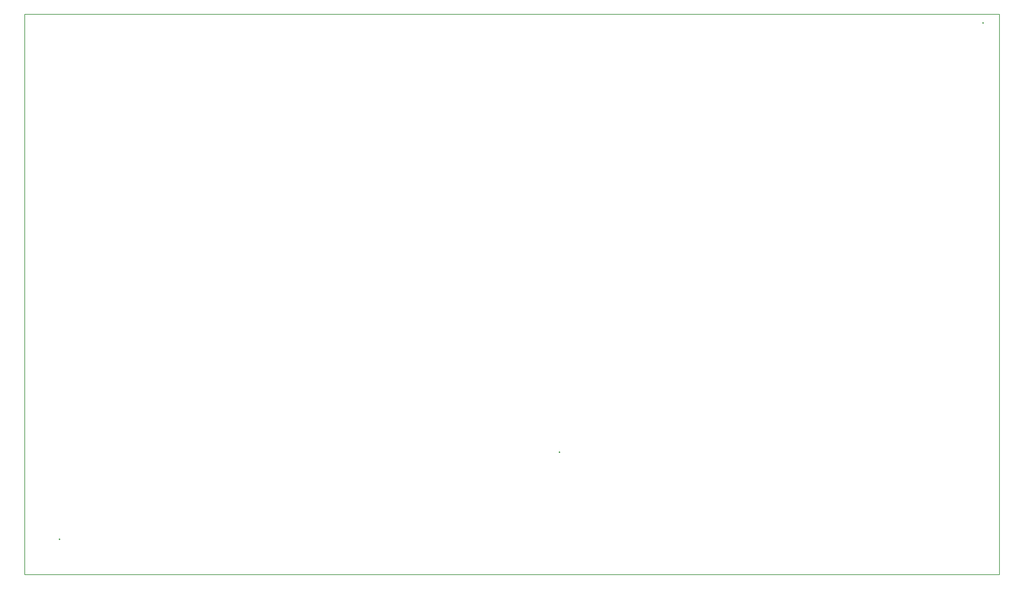
<source format=gbr>
G04 EAGLE Gerber RS-274X export*
G75*
%MOMM*%
%FSLAX34Y34*%
%LPD*%
%IN*%
%IPPOS*%
%AMOC8*
5,1,8,0,0,1.08239X$1,22.5*%
G01*
%ADD10C,0.000000*%
%ADD11C,0.254000*%


D10*
X0Y-100000D02*
X3820000Y-100000D01*
X3820000Y2100000D01*
X0Y2100000D01*
X0Y-100000D01*
X3753640Y2066290D02*
X3753642Y2066373D01*
X3753648Y2066456D01*
X3753658Y2066539D01*
X3753672Y2066621D01*
X3753689Y2066703D01*
X3753711Y2066783D01*
X3753736Y2066862D01*
X3753765Y2066940D01*
X3753798Y2067017D01*
X3753835Y2067092D01*
X3753874Y2067165D01*
X3753918Y2067236D01*
X3753964Y2067305D01*
X3754014Y2067372D01*
X3754067Y2067436D01*
X3754123Y2067498D01*
X3754182Y2067557D01*
X3754244Y2067613D01*
X3754308Y2067666D01*
X3754375Y2067716D01*
X3754444Y2067762D01*
X3754515Y2067806D01*
X3754588Y2067845D01*
X3754663Y2067882D01*
X3754740Y2067915D01*
X3754818Y2067944D01*
X3754897Y2067969D01*
X3754977Y2067991D01*
X3755059Y2068008D01*
X3755141Y2068022D01*
X3755224Y2068032D01*
X3755307Y2068038D01*
X3755390Y2068040D01*
X3755473Y2068038D01*
X3755556Y2068032D01*
X3755639Y2068022D01*
X3755721Y2068008D01*
X3755803Y2067991D01*
X3755883Y2067969D01*
X3755962Y2067944D01*
X3756040Y2067915D01*
X3756117Y2067882D01*
X3756192Y2067845D01*
X3756265Y2067806D01*
X3756336Y2067762D01*
X3756405Y2067716D01*
X3756472Y2067666D01*
X3756536Y2067613D01*
X3756598Y2067557D01*
X3756657Y2067498D01*
X3756713Y2067436D01*
X3756766Y2067372D01*
X3756816Y2067305D01*
X3756862Y2067236D01*
X3756906Y2067165D01*
X3756945Y2067092D01*
X3756982Y2067017D01*
X3757015Y2066940D01*
X3757044Y2066862D01*
X3757069Y2066783D01*
X3757091Y2066703D01*
X3757108Y2066621D01*
X3757122Y2066539D01*
X3757132Y2066456D01*
X3757138Y2066373D01*
X3757140Y2066290D01*
X3757138Y2066207D01*
X3757132Y2066124D01*
X3757122Y2066041D01*
X3757108Y2065959D01*
X3757091Y2065877D01*
X3757069Y2065797D01*
X3757044Y2065718D01*
X3757015Y2065640D01*
X3756982Y2065563D01*
X3756945Y2065488D01*
X3756906Y2065415D01*
X3756862Y2065344D01*
X3756816Y2065275D01*
X3756766Y2065208D01*
X3756713Y2065144D01*
X3756657Y2065082D01*
X3756598Y2065023D01*
X3756536Y2064967D01*
X3756472Y2064914D01*
X3756405Y2064864D01*
X3756336Y2064818D01*
X3756265Y2064774D01*
X3756192Y2064735D01*
X3756117Y2064698D01*
X3756040Y2064665D01*
X3755962Y2064636D01*
X3755883Y2064611D01*
X3755803Y2064589D01*
X3755721Y2064572D01*
X3755639Y2064558D01*
X3755556Y2064548D01*
X3755473Y2064542D01*
X3755390Y2064540D01*
X3755307Y2064542D01*
X3755224Y2064548D01*
X3755141Y2064558D01*
X3755059Y2064572D01*
X3754977Y2064589D01*
X3754897Y2064611D01*
X3754818Y2064636D01*
X3754740Y2064665D01*
X3754663Y2064698D01*
X3754588Y2064735D01*
X3754515Y2064774D01*
X3754444Y2064818D01*
X3754375Y2064864D01*
X3754308Y2064914D01*
X3754244Y2064967D01*
X3754182Y2065023D01*
X3754123Y2065082D01*
X3754067Y2065144D01*
X3754014Y2065208D01*
X3753964Y2065275D01*
X3753918Y2065344D01*
X3753874Y2065415D01*
X3753835Y2065488D01*
X3753798Y2065563D01*
X3753765Y2065640D01*
X3753736Y2065718D01*
X3753711Y2065797D01*
X3753689Y2065877D01*
X3753672Y2065959D01*
X3753658Y2066041D01*
X3753648Y2066124D01*
X3753642Y2066207D01*
X3753640Y2066290D01*
X2093750Y381000D02*
X2093752Y381083D01*
X2093758Y381166D01*
X2093768Y381249D01*
X2093782Y381331D01*
X2093799Y381413D01*
X2093821Y381493D01*
X2093846Y381572D01*
X2093875Y381650D01*
X2093908Y381727D01*
X2093945Y381802D01*
X2093984Y381875D01*
X2094028Y381946D01*
X2094074Y382015D01*
X2094124Y382082D01*
X2094177Y382146D01*
X2094233Y382208D01*
X2094292Y382267D01*
X2094354Y382323D01*
X2094418Y382376D01*
X2094485Y382426D01*
X2094554Y382472D01*
X2094625Y382516D01*
X2094698Y382555D01*
X2094773Y382592D01*
X2094850Y382625D01*
X2094928Y382654D01*
X2095007Y382679D01*
X2095087Y382701D01*
X2095169Y382718D01*
X2095251Y382732D01*
X2095334Y382742D01*
X2095417Y382748D01*
X2095500Y382750D01*
X2095583Y382748D01*
X2095666Y382742D01*
X2095749Y382732D01*
X2095831Y382718D01*
X2095913Y382701D01*
X2095993Y382679D01*
X2096072Y382654D01*
X2096150Y382625D01*
X2096227Y382592D01*
X2096302Y382555D01*
X2096375Y382516D01*
X2096446Y382472D01*
X2096515Y382426D01*
X2096582Y382376D01*
X2096646Y382323D01*
X2096708Y382267D01*
X2096767Y382208D01*
X2096823Y382146D01*
X2096876Y382082D01*
X2096926Y382015D01*
X2096972Y381946D01*
X2097016Y381875D01*
X2097055Y381802D01*
X2097092Y381727D01*
X2097125Y381650D01*
X2097154Y381572D01*
X2097179Y381493D01*
X2097201Y381413D01*
X2097218Y381331D01*
X2097232Y381249D01*
X2097242Y381166D01*
X2097248Y381083D01*
X2097250Y381000D01*
X2097248Y380917D01*
X2097242Y380834D01*
X2097232Y380751D01*
X2097218Y380669D01*
X2097201Y380587D01*
X2097179Y380507D01*
X2097154Y380428D01*
X2097125Y380350D01*
X2097092Y380273D01*
X2097055Y380198D01*
X2097016Y380125D01*
X2096972Y380054D01*
X2096926Y379985D01*
X2096876Y379918D01*
X2096823Y379854D01*
X2096767Y379792D01*
X2096708Y379733D01*
X2096646Y379677D01*
X2096582Y379624D01*
X2096515Y379574D01*
X2096446Y379528D01*
X2096375Y379484D01*
X2096302Y379445D01*
X2096227Y379408D01*
X2096150Y379375D01*
X2096072Y379346D01*
X2095993Y379321D01*
X2095913Y379299D01*
X2095831Y379282D01*
X2095749Y379268D01*
X2095666Y379258D01*
X2095583Y379252D01*
X2095500Y379250D01*
X2095417Y379252D01*
X2095334Y379258D01*
X2095251Y379268D01*
X2095169Y379282D01*
X2095087Y379299D01*
X2095007Y379321D01*
X2094928Y379346D01*
X2094850Y379375D01*
X2094773Y379408D01*
X2094698Y379445D01*
X2094625Y379484D01*
X2094554Y379528D01*
X2094485Y379574D01*
X2094418Y379624D01*
X2094354Y379677D01*
X2094292Y379733D01*
X2094233Y379792D01*
X2094177Y379854D01*
X2094124Y379918D01*
X2094074Y379985D01*
X2094028Y380054D01*
X2093984Y380125D01*
X2093945Y380198D01*
X2093908Y380273D01*
X2093875Y380350D01*
X2093846Y380428D01*
X2093821Y380507D01*
X2093799Y380587D01*
X2093782Y380669D01*
X2093768Y380751D01*
X2093758Y380834D01*
X2093752Y380917D01*
X2093750Y381000D01*
X134140Y39370D02*
X134142Y39453D01*
X134148Y39536D01*
X134158Y39619D01*
X134172Y39701D01*
X134189Y39783D01*
X134211Y39863D01*
X134236Y39942D01*
X134265Y40020D01*
X134298Y40097D01*
X134335Y40172D01*
X134374Y40245D01*
X134418Y40316D01*
X134464Y40385D01*
X134514Y40452D01*
X134567Y40516D01*
X134623Y40578D01*
X134682Y40637D01*
X134744Y40693D01*
X134808Y40746D01*
X134875Y40796D01*
X134944Y40842D01*
X135015Y40886D01*
X135088Y40925D01*
X135163Y40962D01*
X135240Y40995D01*
X135318Y41024D01*
X135397Y41049D01*
X135477Y41071D01*
X135559Y41088D01*
X135641Y41102D01*
X135724Y41112D01*
X135807Y41118D01*
X135890Y41120D01*
X135973Y41118D01*
X136056Y41112D01*
X136139Y41102D01*
X136221Y41088D01*
X136303Y41071D01*
X136383Y41049D01*
X136462Y41024D01*
X136540Y40995D01*
X136617Y40962D01*
X136692Y40925D01*
X136765Y40886D01*
X136836Y40842D01*
X136905Y40796D01*
X136972Y40746D01*
X137036Y40693D01*
X137098Y40637D01*
X137157Y40578D01*
X137213Y40516D01*
X137266Y40452D01*
X137316Y40385D01*
X137362Y40316D01*
X137406Y40245D01*
X137445Y40172D01*
X137482Y40097D01*
X137515Y40020D01*
X137544Y39942D01*
X137569Y39863D01*
X137591Y39783D01*
X137608Y39701D01*
X137622Y39619D01*
X137632Y39536D01*
X137638Y39453D01*
X137640Y39370D01*
X137638Y39287D01*
X137632Y39204D01*
X137622Y39121D01*
X137608Y39039D01*
X137591Y38957D01*
X137569Y38877D01*
X137544Y38798D01*
X137515Y38720D01*
X137482Y38643D01*
X137445Y38568D01*
X137406Y38495D01*
X137362Y38424D01*
X137316Y38355D01*
X137266Y38288D01*
X137213Y38224D01*
X137157Y38162D01*
X137098Y38103D01*
X137036Y38047D01*
X136972Y37994D01*
X136905Y37944D01*
X136836Y37898D01*
X136765Y37854D01*
X136692Y37815D01*
X136617Y37778D01*
X136540Y37745D01*
X136462Y37716D01*
X136383Y37691D01*
X136303Y37669D01*
X136221Y37652D01*
X136139Y37638D01*
X136056Y37628D01*
X135973Y37622D01*
X135890Y37620D01*
X135807Y37622D01*
X135724Y37628D01*
X135641Y37638D01*
X135559Y37652D01*
X135477Y37669D01*
X135397Y37691D01*
X135318Y37716D01*
X135240Y37745D01*
X135163Y37778D01*
X135088Y37815D01*
X135015Y37854D01*
X134944Y37898D01*
X134875Y37944D01*
X134808Y37994D01*
X134744Y38047D01*
X134682Y38103D01*
X134623Y38162D01*
X134567Y38224D01*
X134514Y38288D01*
X134464Y38355D01*
X134418Y38424D01*
X134374Y38495D01*
X134335Y38568D01*
X134298Y38643D01*
X134265Y38720D01*
X134236Y38798D01*
X134211Y38877D01*
X134189Y38957D01*
X134172Y39039D01*
X134158Y39121D01*
X134148Y39204D01*
X134142Y39287D01*
X134140Y39370D01*
D11*
X0Y-100000D02*
X3820000Y-100000D01*
X3820000Y2100000D01*
X0Y2100000D01*
X0Y-100000D01*
X3757140Y2066118D02*
X3757073Y2065780D01*
X3756941Y2065461D01*
X3756749Y2065174D01*
X3756506Y2064931D01*
X3756219Y2064739D01*
X3755900Y2064607D01*
X3755562Y2064540D01*
X3755218Y2064540D01*
X3754880Y2064607D01*
X3754561Y2064739D01*
X3754274Y2064931D01*
X3754031Y2065174D01*
X3753839Y2065461D01*
X3753707Y2065780D01*
X3753640Y2066118D01*
X3753640Y2066462D01*
X3753707Y2066800D01*
X3753839Y2067119D01*
X3754031Y2067406D01*
X3754274Y2067649D01*
X3754561Y2067841D01*
X3754880Y2067973D01*
X3755218Y2068040D01*
X3755562Y2068040D01*
X3755900Y2067973D01*
X3756219Y2067841D01*
X3756506Y2067649D01*
X3756749Y2067406D01*
X3756941Y2067119D01*
X3757073Y2066800D01*
X3757140Y2066462D01*
X3757140Y2066118D01*
X2097250Y380828D02*
X2097183Y380490D01*
X2097051Y380171D01*
X2096859Y379884D01*
X2096616Y379641D01*
X2096329Y379449D01*
X2096010Y379317D01*
X2095672Y379250D01*
X2095328Y379250D01*
X2094990Y379317D01*
X2094671Y379449D01*
X2094384Y379641D01*
X2094141Y379884D01*
X2093949Y380171D01*
X2093817Y380490D01*
X2093750Y380828D01*
X2093750Y381172D01*
X2093817Y381510D01*
X2093949Y381829D01*
X2094141Y382116D01*
X2094384Y382359D01*
X2094671Y382551D01*
X2094990Y382683D01*
X2095328Y382750D01*
X2095672Y382750D01*
X2096010Y382683D01*
X2096329Y382551D01*
X2096616Y382359D01*
X2096859Y382116D01*
X2097051Y381829D01*
X2097183Y381510D01*
X2097250Y381172D01*
X2097250Y380828D01*
X137640Y39198D02*
X137573Y38860D01*
X137441Y38541D01*
X137249Y38254D01*
X137006Y38011D01*
X136719Y37819D01*
X136400Y37687D01*
X136062Y37620D01*
X135718Y37620D01*
X135380Y37687D01*
X135061Y37819D01*
X134774Y38011D01*
X134531Y38254D01*
X134339Y38541D01*
X134207Y38860D01*
X134140Y39198D01*
X134140Y39542D01*
X134207Y39880D01*
X134339Y40199D01*
X134531Y40486D01*
X134774Y40729D01*
X135061Y40921D01*
X135380Y41053D01*
X135718Y41120D01*
X136062Y41120D01*
X136400Y41053D01*
X136719Y40921D01*
X137006Y40729D01*
X137249Y40486D01*
X137441Y40199D01*
X137573Y39880D01*
X137640Y39542D01*
X137640Y39198D01*
M02*

</source>
